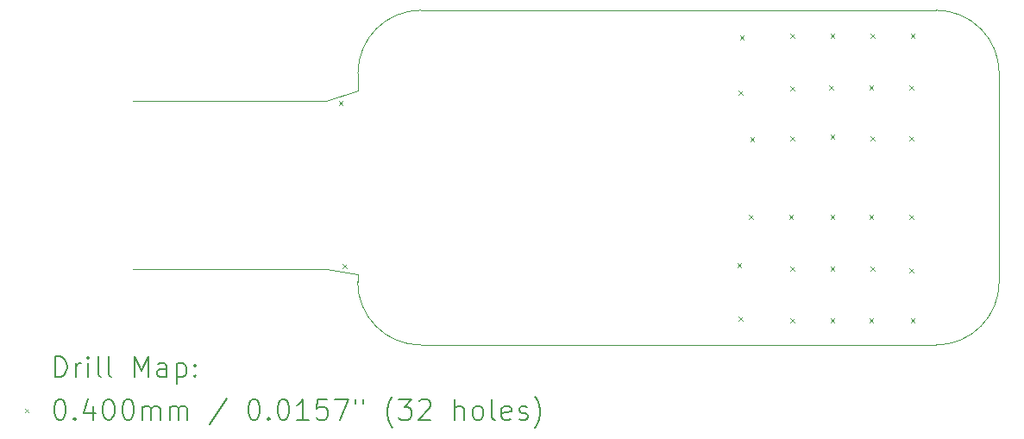
<source format=gbr>
%TF.GenerationSoftware,KiCad,Pcbnew,7.0.8*%
%TF.CreationDate,2023-11-07T16:54:07-08:00*%
%TF.ProjectId,trill-flex-slider,7472696c-6c2d-4666-9c65-782d736c6964,C1*%
%TF.SameCoordinates,Original*%
%TF.FileFunction,Drillmap*%
%TF.FilePolarity,Positive*%
%FSLAX45Y45*%
G04 Gerber Fmt 4.5, Leading zero omitted, Abs format (unit mm)*
G04 Created by KiCad (PCBNEW 7.0.8) date 2023-11-07 16:54:07*
%MOMM*%
%LPD*%
G01*
G04 APERTURE LIST*
%ADD10C,0.050000*%
%ADD11C,0.200000*%
%ADD12C,0.040000*%
G04 APERTURE END LIST*
D10*
X10958670Y-8828200D02*
G75*
G03*
X10339010Y-9447860I0J-619660D01*
G01*
X10336380Y-11495200D02*
G75*
G03*
X10956040Y-12114860I619660J0D01*
G01*
X16632940Y-9447860D02*
G75*
G03*
X16013280Y-8828200I-619660J0D01*
G01*
X16013280Y-12114860D02*
G75*
G03*
X16632940Y-11495200I0J619660D01*
G01*
X10339010Y-11425860D02*
X10336380Y-11495200D01*
X10339010Y-11425860D02*
X10339010Y-11417960D01*
X10023960Y-11369200D02*
X10339010Y-11417960D01*
X16632940Y-9447860D02*
X16632900Y-11495200D01*
X16013280Y-12114860D02*
X10956040Y-12114860D01*
X10026500Y-9718200D02*
X8131660Y-9718200D01*
X10026500Y-9718200D02*
X10339010Y-9617960D01*
X10339010Y-9617960D02*
X10339010Y-9447860D01*
X10023960Y-11369200D02*
X8131660Y-11368200D01*
X10958670Y-8828200D02*
X16013280Y-8828200D01*
D11*
D12*
X10151280Y-9722600D02*
X10191280Y-9762600D01*
X10191280Y-9722600D02*
X10151280Y-9762600D01*
X10189380Y-11318430D02*
X10229380Y-11358430D01*
X10229380Y-11318430D02*
X10189380Y-11358430D01*
X14062880Y-11310100D02*
X14102880Y-11350100D01*
X14102880Y-11310100D02*
X14062880Y-11350100D01*
X14075580Y-9621000D02*
X14115580Y-9661000D01*
X14115580Y-9621000D02*
X14075580Y-9661000D01*
X14075580Y-11835430D02*
X14115580Y-11875430D01*
X14115580Y-11835430D02*
X14075580Y-11875430D01*
X14088280Y-9076950D02*
X14128280Y-9116950D01*
X14128280Y-9076950D02*
X14088280Y-9116950D01*
X14177180Y-10840200D02*
X14217180Y-10880200D01*
X14217180Y-10840200D02*
X14177180Y-10880200D01*
X14189880Y-10073570D02*
X14229880Y-10113570D01*
X14229880Y-10073570D02*
X14189880Y-10113570D01*
X14570880Y-10840200D02*
X14610880Y-10880200D01*
X14610880Y-10840200D02*
X14570880Y-10880200D01*
X14583580Y-9062200D02*
X14623580Y-9102200D01*
X14623580Y-9062200D02*
X14583580Y-9102200D01*
X14583580Y-9573590D02*
X14623580Y-9613590D01*
X14623580Y-9573590D02*
X14583580Y-9613590D01*
X14583580Y-10065500D02*
X14623580Y-10105500D01*
X14623580Y-10065500D02*
X14583580Y-10105500D01*
X14583580Y-11348200D02*
X14623580Y-11388200D01*
X14623580Y-11348200D02*
X14583580Y-11388200D01*
X14583580Y-11856200D02*
X14623580Y-11896200D01*
X14623580Y-11856200D02*
X14583580Y-11896200D01*
X14964580Y-9570200D02*
X15004580Y-9610200D01*
X15004580Y-9570200D02*
X14964580Y-9610200D01*
X14977280Y-9062200D02*
X15017280Y-9102200D01*
X15017280Y-9062200D02*
X14977280Y-9102200D01*
X14977280Y-10052800D02*
X15017280Y-10092800D01*
X15017280Y-10052800D02*
X14977280Y-10092800D01*
X14977280Y-10840200D02*
X15017280Y-10880200D01*
X15017280Y-10840200D02*
X14977280Y-10880200D01*
X14977280Y-11348200D02*
X15017280Y-11388200D01*
X15017280Y-11348200D02*
X14977280Y-11388200D01*
X14977280Y-11856200D02*
X15017280Y-11896200D01*
X15017280Y-11856200D02*
X14977280Y-11896200D01*
X15358280Y-9570200D02*
X15398280Y-9610200D01*
X15398280Y-9570200D02*
X15358280Y-9610200D01*
X15358280Y-10840200D02*
X15398280Y-10880200D01*
X15398280Y-10840200D02*
X15358280Y-10880200D01*
X15358280Y-11856200D02*
X15398280Y-11896200D01*
X15398280Y-11856200D02*
X15358280Y-11896200D01*
X15370980Y-9062200D02*
X15410980Y-9102200D01*
X15410980Y-9062200D02*
X15370980Y-9102200D01*
X15370980Y-10065500D02*
X15410980Y-10105500D01*
X15410980Y-10065500D02*
X15370980Y-10105500D01*
X15370980Y-11348200D02*
X15410980Y-11388200D01*
X15410980Y-11348200D02*
X15370980Y-11388200D01*
X15751980Y-9570200D02*
X15791980Y-9610200D01*
X15791980Y-9570200D02*
X15751980Y-9610200D01*
X15751980Y-10065500D02*
X15791980Y-10105500D01*
X15791980Y-10065500D02*
X15751980Y-10105500D01*
X15751980Y-10840200D02*
X15791980Y-10880200D01*
X15791980Y-10840200D02*
X15751980Y-10880200D01*
X15751980Y-11360900D02*
X15791980Y-11400900D01*
X15791980Y-11360900D02*
X15751980Y-11400900D01*
X15764680Y-9062200D02*
X15804680Y-9102200D01*
X15804680Y-9062200D02*
X15764680Y-9102200D01*
X15764680Y-11856200D02*
X15804680Y-11896200D01*
X15804680Y-11856200D02*
X15764680Y-11896200D01*
D11*
X7368437Y-12428844D02*
X7368437Y-12228844D01*
X7368437Y-12228844D02*
X7416056Y-12228844D01*
X7416056Y-12228844D02*
X7444627Y-12238368D01*
X7444627Y-12238368D02*
X7463675Y-12257415D01*
X7463675Y-12257415D02*
X7473199Y-12276463D01*
X7473199Y-12276463D02*
X7482722Y-12314558D01*
X7482722Y-12314558D02*
X7482722Y-12343129D01*
X7482722Y-12343129D02*
X7473199Y-12381225D01*
X7473199Y-12381225D02*
X7463675Y-12400272D01*
X7463675Y-12400272D02*
X7444627Y-12419320D01*
X7444627Y-12419320D02*
X7416056Y-12428844D01*
X7416056Y-12428844D02*
X7368437Y-12428844D01*
X7568437Y-12428844D02*
X7568437Y-12295510D01*
X7568437Y-12333606D02*
X7577961Y-12314558D01*
X7577961Y-12314558D02*
X7587484Y-12305034D01*
X7587484Y-12305034D02*
X7606532Y-12295510D01*
X7606532Y-12295510D02*
X7625580Y-12295510D01*
X7692246Y-12428844D02*
X7692246Y-12295510D01*
X7692246Y-12228844D02*
X7682722Y-12238368D01*
X7682722Y-12238368D02*
X7692246Y-12247891D01*
X7692246Y-12247891D02*
X7701770Y-12238368D01*
X7701770Y-12238368D02*
X7692246Y-12228844D01*
X7692246Y-12228844D02*
X7692246Y-12247891D01*
X7816056Y-12428844D02*
X7797008Y-12419320D01*
X7797008Y-12419320D02*
X7787484Y-12400272D01*
X7787484Y-12400272D02*
X7787484Y-12228844D01*
X7920818Y-12428844D02*
X7901770Y-12419320D01*
X7901770Y-12419320D02*
X7892246Y-12400272D01*
X7892246Y-12400272D02*
X7892246Y-12228844D01*
X8149389Y-12428844D02*
X8149389Y-12228844D01*
X8149389Y-12228844D02*
X8216056Y-12371701D01*
X8216056Y-12371701D02*
X8282722Y-12228844D01*
X8282722Y-12228844D02*
X8282722Y-12428844D01*
X8463675Y-12428844D02*
X8463675Y-12324082D01*
X8463675Y-12324082D02*
X8454151Y-12305034D01*
X8454151Y-12305034D02*
X8435104Y-12295510D01*
X8435104Y-12295510D02*
X8397008Y-12295510D01*
X8397008Y-12295510D02*
X8377961Y-12305034D01*
X8463675Y-12419320D02*
X8444627Y-12428844D01*
X8444627Y-12428844D02*
X8397008Y-12428844D01*
X8397008Y-12428844D02*
X8377961Y-12419320D01*
X8377961Y-12419320D02*
X8368437Y-12400272D01*
X8368437Y-12400272D02*
X8368437Y-12381225D01*
X8368437Y-12381225D02*
X8377961Y-12362177D01*
X8377961Y-12362177D02*
X8397008Y-12352653D01*
X8397008Y-12352653D02*
X8444627Y-12352653D01*
X8444627Y-12352653D02*
X8463675Y-12343129D01*
X8558913Y-12295510D02*
X8558913Y-12495510D01*
X8558913Y-12305034D02*
X8577961Y-12295510D01*
X8577961Y-12295510D02*
X8616056Y-12295510D01*
X8616056Y-12295510D02*
X8635104Y-12305034D01*
X8635104Y-12305034D02*
X8644627Y-12314558D01*
X8644627Y-12314558D02*
X8654151Y-12333606D01*
X8654151Y-12333606D02*
X8654151Y-12390748D01*
X8654151Y-12390748D02*
X8644627Y-12409796D01*
X8644627Y-12409796D02*
X8635104Y-12419320D01*
X8635104Y-12419320D02*
X8616056Y-12428844D01*
X8616056Y-12428844D02*
X8577961Y-12428844D01*
X8577961Y-12428844D02*
X8558913Y-12419320D01*
X8739865Y-12409796D02*
X8749389Y-12419320D01*
X8749389Y-12419320D02*
X8739865Y-12428844D01*
X8739865Y-12428844D02*
X8730342Y-12419320D01*
X8730342Y-12419320D02*
X8739865Y-12409796D01*
X8739865Y-12409796D02*
X8739865Y-12428844D01*
X8739865Y-12305034D02*
X8749389Y-12314558D01*
X8749389Y-12314558D02*
X8739865Y-12324082D01*
X8739865Y-12324082D02*
X8730342Y-12314558D01*
X8730342Y-12314558D02*
X8739865Y-12305034D01*
X8739865Y-12305034D02*
X8739865Y-12324082D01*
D12*
X7067660Y-12737360D02*
X7107660Y-12777360D01*
X7107660Y-12737360D02*
X7067660Y-12777360D01*
D11*
X7406532Y-12648844D02*
X7425580Y-12648844D01*
X7425580Y-12648844D02*
X7444627Y-12658368D01*
X7444627Y-12658368D02*
X7454151Y-12667891D01*
X7454151Y-12667891D02*
X7463675Y-12686939D01*
X7463675Y-12686939D02*
X7473199Y-12725034D01*
X7473199Y-12725034D02*
X7473199Y-12772653D01*
X7473199Y-12772653D02*
X7463675Y-12810748D01*
X7463675Y-12810748D02*
X7454151Y-12829796D01*
X7454151Y-12829796D02*
X7444627Y-12839320D01*
X7444627Y-12839320D02*
X7425580Y-12848844D01*
X7425580Y-12848844D02*
X7406532Y-12848844D01*
X7406532Y-12848844D02*
X7387484Y-12839320D01*
X7387484Y-12839320D02*
X7377961Y-12829796D01*
X7377961Y-12829796D02*
X7368437Y-12810748D01*
X7368437Y-12810748D02*
X7358913Y-12772653D01*
X7358913Y-12772653D02*
X7358913Y-12725034D01*
X7358913Y-12725034D02*
X7368437Y-12686939D01*
X7368437Y-12686939D02*
X7377961Y-12667891D01*
X7377961Y-12667891D02*
X7387484Y-12658368D01*
X7387484Y-12658368D02*
X7406532Y-12648844D01*
X7558913Y-12829796D02*
X7568437Y-12839320D01*
X7568437Y-12839320D02*
X7558913Y-12848844D01*
X7558913Y-12848844D02*
X7549389Y-12839320D01*
X7549389Y-12839320D02*
X7558913Y-12829796D01*
X7558913Y-12829796D02*
X7558913Y-12848844D01*
X7739865Y-12715510D02*
X7739865Y-12848844D01*
X7692246Y-12639320D02*
X7644627Y-12782177D01*
X7644627Y-12782177D02*
X7768437Y-12782177D01*
X7882722Y-12648844D02*
X7901770Y-12648844D01*
X7901770Y-12648844D02*
X7920818Y-12658368D01*
X7920818Y-12658368D02*
X7930342Y-12667891D01*
X7930342Y-12667891D02*
X7939865Y-12686939D01*
X7939865Y-12686939D02*
X7949389Y-12725034D01*
X7949389Y-12725034D02*
X7949389Y-12772653D01*
X7949389Y-12772653D02*
X7939865Y-12810748D01*
X7939865Y-12810748D02*
X7930342Y-12829796D01*
X7930342Y-12829796D02*
X7920818Y-12839320D01*
X7920818Y-12839320D02*
X7901770Y-12848844D01*
X7901770Y-12848844D02*
X7882722Y-12848844D01*
X7882722Y-12848844D02*
X7863675Y-12839320D01*
X7863675Y-12839320D02*
X7854151Y-12829796D01*
X7854151Y-12829796D02*
X7844627Y-12810748D01*
X7844627Y-12810748D02*
X7835103Y-12772653D01*
X7835103Y-12772653D02*
X7835103Y-12725034D01*
X7835103Y-12725034D02*
X7844627Y-12686939D01*
X7844627Y-12686939D02*
X7854151Y-12667891D01*
X7854151Y-12667891D02*
X7863675Y-12658368D01*
X7863675Y-12658368D02*
X7882722Y-12648844D01*
X8073199Y-12648844D02*
X8092246Y-12648844D01*
X8092246Y-12648844D02*
X8111294Y-12658368D01*
X8111294Y-12658368D02*
X8120818Y-12667891D01*
X8120818Y-12667891D02*
X8130342Y-12686939D01*
X8130342Y-12686939D02*
X8139865Y-12725034D01*
X8139865Y-12725034D02*
X8139865Y-12772653D01*
X8139865Y-12772653D02*
X8130342Y-12810748D01*
X8130342Y-12810748D02*
X8120818Y-12829796D01*
X8120818Y-12829796D02*
X8111294Y-12839320D01*
X8111294Y-12839320D02*
X8092246Y-12848844D01*
X8092246Y-12848844D02*
X8073199Y-12848844D01*
X8073199Y-12848844D02*
X8054151Y-12839320D01*
X8054151Y-12839320D02*
X8044627Y-12829796D01*
X8044627Y-12829796D02*
X8035103Y-12810748D01*
X8035103Y-12810748D02*
X8025580Y-12772653D01*
X8025580Y-12772653D02*
X8025580Y-12725034D01*
X8025580Y-12725034D02*
X8035103Y-12686939D01*
X8035103Y-12686939D02*
X8044627Y-12667891D01*
X8044627Y-12667891D02*
X8054151Y-12658368D01*
X8054151Y-12658368D02*
X8073199Y-12648844D01*
X8225580Y-12848844D02*
X8225580Y-12715510D01*
X8225580Y-12734558D02*
X8235103Y-12725034D01*
X8235103Y-12725034D02*
X8254151Y-12715510D01*
X8254151Y-12715510D02*
X8282723Y-12715510D01*
X8282723Y-12715510D02*
X8301770Y-12725034D01*
X8301770Y-12725034D02*
X8311294Y-12744082D01*
X8311294Y-12744082D02*
X8311294Y-12848844D01*
X8311294Y-12744082D02*
X8320818Y-12725034D01*
X8320818Y-12725034D02*
X8339865Y-12715510D01*
X8339865Y-12715510D02*
X8368437Y-12715510D01*
X8368437Y-12715510D02*
X8387484Y-12725034D01*
X8387484Y-12725034D02*
X8397008Y-12744082D01*
X8397008Y-12744082D02*
X8397008Y-12848844D01*
X8492246Y-12848844D02*
X8492246Y-12715510D01*
X8492246Y-12734558D02*
X8501770Y-12725034D01*
X8501770Y-12725034D02*
X8520818Y-12715510D01*
X8520818Y-12715510D02*
X8549389Y-12715510D01*
X8549389Y-12715510D02*
X8568437Y-12725034D01*
X8568437Y-12725034D02*
X8577961Y-12744082D01*
X8577961Y-12744082D02*
X8577961Y-12848844D01*
X8577961Y-12744082D02*
X8587485Y-12725034D01*
X8587485Y-12725034D02*
X8606532Y-12715510D01*
X8606532Y-12715510D02*
X8635104Y-12715510D01*
X8635104Y-12715510D02*
X8654151Y-12725034D01*
X8654151Y-12725034D02*
X8663675Y-12744082D01*
X8663675Y-12744082D02*
X8663675Y-12848844D01*
X9054151Y-12639320D02*
X8882723Y-12896463D01*
X9311294Y-12648844D02*
X9330342Y-12648844D01*
X9330342Y-12648844D02*
X9349389Y-12658368D01*
X9349389Y-12658368D02*
X9358913Y-12667891D01*
X9358913Y-12667891D02*
X9368437Y-12686939D01*
X9368437Y-12686939D02*
X9377961Y-12725034D01*
X9377961Y-12725034D02*
X9377961Y-12772653D01*
X9377961Y-12772653D02*
X9368437Y-12810748D01*
X9368437Y-12810748D02*
X9358913Y-12829796D01*
X9358913Y-12829796D02*
X9349389Y-12839320D01*
X9349389Y-12839320D02*
X9330342Y-12848844D01*
X9330342Y-12848844D02*
X9311294Y-12848844D01*
X9311294Y-12848844D02*
X9292247Y-12839320D01*
X9292247Y-12839320D02*
X9282723Y-12829796D01*
X9282723Y-12829796D02*
X9273199Y-12810748D01*
X9273199Y-12810748D02*
X9263675Y-12772653D01*
X9263675Y-12772653D02*
X9263675Y-12725034D01*
X9263675Y-12725034D02*
X9273199Y-12686939D01*
X9273199Y-12686939D02*
X9282723Y-12667891D01*
X9282723Y-12667891D02*
X9292247Y-12658368D01*
X9292247Y-12658368D02*
X9311294Y-12648844D01*
X9463675Y-12829796D02*
X9473199Y-12839320D01*
X9473199Y-12839320D02*
X9463675Y-12848844D01*
X9463675Y-12848844D02*
X9454151Y-12839320D01*
X9454151Y-12839320D02*
X9463675Y-12829796D01*
X9463675Y-12829796D02*
X9463675Y-12848844D01*
X9597008Y-12648844D02*
X9616056Y-12648844D01*
X9616056Y-12648844D02*
X9635104Y-12658368D01*
X9635104Y-12658368D02*
X9644628Y-12667891D01*
X9644628Y-12667891D02*
X9654151Y-12686939D01*
X9654151Y-12686939D02*
X9663675Y-12725034D01*
X9663675Y-12725034D02*
X9663675Y-12772653D01*
X9663675Y-12772653D02*
X9654151Y-12810748D01*
X9654151Y-12810748D02*
X9644628Y-12829796D01*
X9644628Y-12829796D02*
X9635104Y-12839320D01*
X9635104Y-12839320D02*
X9616056Y-12848844D01*
X9616056Y-12848844D02*
X9597008Y-12848844D01*
X9597008Y-12848844D02*
X9577961Y-12839320D01*
X9577961Y-12839320D02*
X9568437Y-12829796D01*
X9568437Y-12829796D02*
X9558913Y-12810748D01*
X9558913Y-12810748D02*
X9549389Y-12772653D01*
X9549389Y-12772653D02*
X9549389Y-12725034D01*
X9549389Y-12725034D02*
X9558913Y-12686939D01*
X9558913Y-12686939D02*
X9568437Y-12667891D01*
X9568437Y-12667891D02*
X9577961Y-12658368D01*
X9577961Y-12658368D02*
X9597008Y-12648844D01*
X9854151Y-12848844D02*
X9739866Y-12848844D01*
X9797008Y-12848844D02*
X9797008Y-12648844D01*
X9797008Y-12648844D02*
X9777961Y-12677415D01*
X9777961Y-12677415D02*
X9758913Y-12696463D01*
X9758913Y-12696463D02*
X9739866Y-12705987D01*
X10035104Y-12648844D02*
X9939866Y-12648844D01*
X9939866Y-12648844D02*
X9930342Y-12744082D01*
X9930342Y-12744082D02*
X9939866Y-12734558D01*
X9939866Y-12734558D02*
X9958913Y-12725034D01*
X9958913Y-12725034D02*
X10006532Y-12725034D01*
X10006532Y-12725034D02*
X10025580Y-12734558D01*
X10025580Y-12734558D02*
X10035104Y-12744082D01*
X10035104Y-12744082D02*
X10044628Y-12763129D01*
X10044628Y-12763129D02*
X10044628Y-12810748D01*
X10044628Y-12810748D02*
X10035104Y-12829796D01*
X10035104Y-12829796D02*
X10025580Y-12839320D01*
X10025580Y-12839320D02*
X10006532Y-12848844D01*
X10006532Y-12848844D02*
X9958913Y-12848844D01*
X9958913Y-12848844D02*
X9939866Y-12839320D01*
X9939866Y-12839320D02*
X9930342Y-12829796D01*
X10111294Y-12648844D02*
X10244628Y-12648844D01*
X10244628Y-12648844D02*
X10158913Y-12848844D01*
X10311294Y-12648844D02*
X10311294Y-12686939D01*
X10387485Y-12648844D02*
X10387485Y-12686939D01*
X10682723Y-12925034D02*
X10673199Y-12915510D01*
X10673199Y-12915510D02*
X10654151Y-12886939D01*
X10654151Y-12886939D02*
X10644628Y-12867891D01*
X10644628Y-12867891D02*
X10635104Y-12839320D01*
X10635104Y-12839320D02*
X10625580Y-12791701D01*
X10625580Y-12791701D02*
X10625580Y-12753606D01*
X10625580Y-12753606D02*
X10635104Y-12705987D01*
X10635104Y-12705987D02*
X10644628Y-12677415D01*
X10644628Y-12677415D02*
X10654151Y-12658368D01*
X10654151Y-12658368D02*
X10673199Y-12629796D01*
X10673199Y-12629796D02*
X10682723Y-12620272D01*
X10739866Y-12648844D02*
X10863675Y-12648844D01*
X10863675Y-12648844D02*
X10797009Y-12725034D01*
X10797009Y-12725034D02*
X10825580Y-12725034D01*
X10825580Y-12725034D02*
X10844628Y-12734558D01*
X10844628Y-12734558D02*
X10854151Y-12744082D01*
X10854151Y-12744082D02*
X10863675Y-12763129D01*
X10863675Y-12763129D02*
X10863675Y-12810748D01*
X10863675Y-12810748D02*
X10854151Y-12829796D01*
X10854151Y-12829796D02*
X10844628Y-12839320D01*
X10844628Y-12839320D02*
X10825580Y-12848844D01*
X10825580Y-12848844D02*
X10768437Y-12848844D01*
X10768437Y-12848844D02*
X10749390Y-12839320D01*
X10749390Y-12839320D02*
X10739866Y-12829796D01*
X10939866Y-12667891D02*
X10949390Y-12658368D01*
X10949390Y-12658368D02*
X10968437Y-12648844D01*
X10968437Y-12648844D02*
X11016056Y-12648844D01*
X11016056Y-12648844D02*
X11035104Y-12658368D01*
X11035104Y-12658368D02*
X11044628Y-12667891D01*
X11044628Y-12667891D02*
X11054151Y-12686939D01*
X11054151Y-12686939D02*
X11054151Y-12705987D01*
X11054151Y-12705987D02*
X11044628Y-12734558D01*
X11044628Y-12734558D02*
X10930342Y-12848844D01*
X10930342Y-12848844D02*
X11054151Y-12848844D01*
X11292247Y-12848844D02*
X11292247Y-12648844D01*
X11377961Y-12848844D02*
X11377961Y-12744082D01*
X11377961Y-12744082D02*
X11368437Y-12725034D01*
X11368437Y-12725034D02*
X11349390Y-12715510D01*
X11349390Y-12715510D02*
X11320818Y-12715510D01*
X11320818Y-12715510D02*
X11301770Y-12725034D01*
X11301770Y-12725034D02*
X11292247Y-12734558D01*
X11501770Y-12848844D02*
X11482723Y-12839320D01*
X11482723Y-12839320D02*
X11473199Y-12829796D01*
X11473199Y-12829796D02*
X11463675Y-12810748D01*
X11463675Y-12810748D02*
X11463675Y-12753606D01*
X11463675Y-12753606D02*
X11473199Y-12734558D01*
X11473199Y-12734558D02*
X11482723Y-12725034D01*
X11482723Y-12725034D02*
X11501770Y-12715510D01*
X11501770Y-12715510D02*
X11530342Y-12715510D01*
X11530342Y-12715510D02*
X11549390Y-12725034D01*
X11549390Y-12725034D02*
X11558913Y-12734558D01*
X11558913Y-12734558D02*
X11568437Y-12753606D01*
X11568437Y-12753606D02*
X11568437Y-12810748D01*
X11568437Y-12810748D02*
X11558913Y-12829796D01*
X11558913Y-12829796D02*
X11549390Y-12839320D01*
X11549390Y-12839320D02*
X11530342Y-12848844D01*
X11530342Y-12848844D02*
X11501770Y-12848844D01*
X11682723Y-12848844D02*
X11663675Y-12839320D01*
X11663675Y-12839320D02*
X11654151Y-12820272D01*
X11654151Y-12820272D02*
X11654151Y-12648844D01*
X11835104Y-12839320D02*
X11816056Y-12848844D01*
X11816056Y-12848844D02*
X11777961Y-12848844D01*
X11777961Y-12848844D02*
X11758913Y-12839320D01*
X11758913Y-12839320D02*
X11749390Y-12820272D01*
X11749390Y-12820272D02*
X11749390Y-12744082D01*
X11749390Y-12744082D02*
X11758913Y-12725034D01*
X11758913Y-12725034D02*
X11777961Y-12715510D01*
X11777961Y-12715510D02*
X11816056Y-12715510D01*
X11816056Y-12715510D02*
X11835104Y-12725034D01*
X11835104Y-12725034D02*
X11844628Y-12744082D01*
X11844628Y-12744082D02*
X11844628Y-12763129D01*
X11844628Y-12763129D02*
X11749390Y-12782177D01*
X11920818Y-12839320D02*
X11939866Y-12848844D01*
X11939866Y-12848844D02*
X11977961Y-12848844D01*
X11977961Y-12848844D02*
X11997009Y-12839320D01*
X11997009Y-12839320D02*
X12006532Y-12820272D01*
X12006532Y-12820272D02*
X12006532Y-12810748D01*
X12006532Y-12810748D02*
X11997009Y-12791701D01*
X11997009Y-12791701D02*
X11977961Y-12782177D01*
X11977961Y-12782177D02*
X11949390Y-12782177D01*
X11949390Y-12782177D02*
X11930342Y-12772653D01*
X11930342Y-12772653D02*
X11920818Y-12753606D01*
X11920818Y-12753606D02*
X11920818Y-12744082D01*
X11920818Y-12744082D02*
X11930342Y-12725034D01*
X11930342Y-12725034D02*
X11949390Y-12715510D01*
X11949390Y-12715510D02*
X11977961Y-12715510D01*
X11977961Y-12715510D02*
X11997009Y-12725034D01*
X12073199Y-12925034D02*
X12082723Y-12915510D01*
X12082723Y-12915510D02*
X12101771Y-12886939D01*
X12101771Y-12886939D02*
X12111294Y-12867891D01*
X12111294Y-12867891D02*
X12120818Y-12839320D01*
X12120818Y-12839320D02*
X12130342Y-12791701D01*
X12130342Y-12791701D02*
X12130342Y-12753606D01*
X12130342Y-12753606D02*
X12120818Y-12705987D01*
X12120818Y-12705987D02*
X12111294Y-12677415D01*
X12111294Y-12677415D02*
X12101771Y-12658368D01*
X12101771Y-12658368D02*
X12082723Y-12629796D01*
X12082723Y-12629796D02*
X12073199Y-12620272D01*
M02*

</source>
